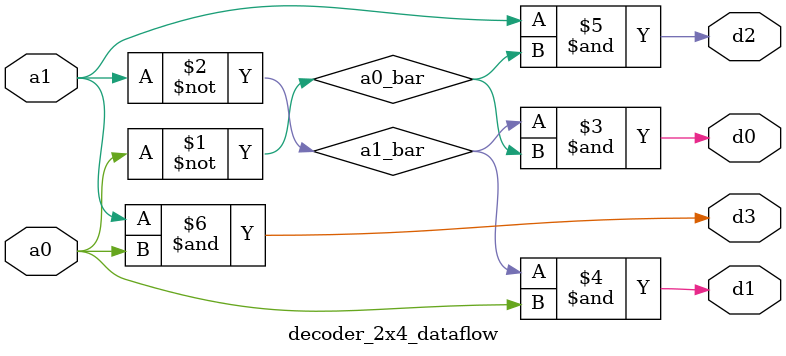
<source format=v>
module decoder_2x4_dataflow(a0,a1,d0,d1,d2,d3);
  input a0,a1;
  output d0,d1,d2,d3;
  wire a0_bar,a1_bar;
  assign a0_bar= ~a0;
  assign a1_bar= ~a1;
  assign d0= a1_bar & a0_bar;
  assign d1= a1_bar & a0;
  assign d2= a1 & a0_bar;
  assign d3= a1 & a0; 
endmodule

</source>
